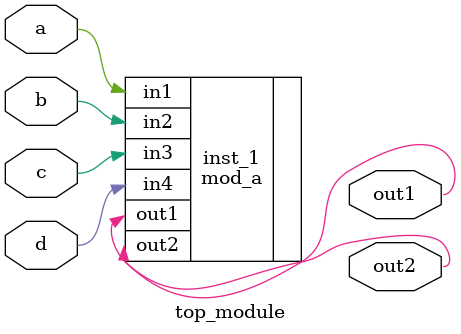
<source format=v>
module top_module ( 
    input a, 
    input b, 
    input c,
    input d,
    output out1,
    output out2
);
    
        //connect ports by name
    mod_a inst_1(.in1(a), .in2(b), .in3(c), .in4(d), .out1(out1), .out2(out2));

endmodule

</source>
